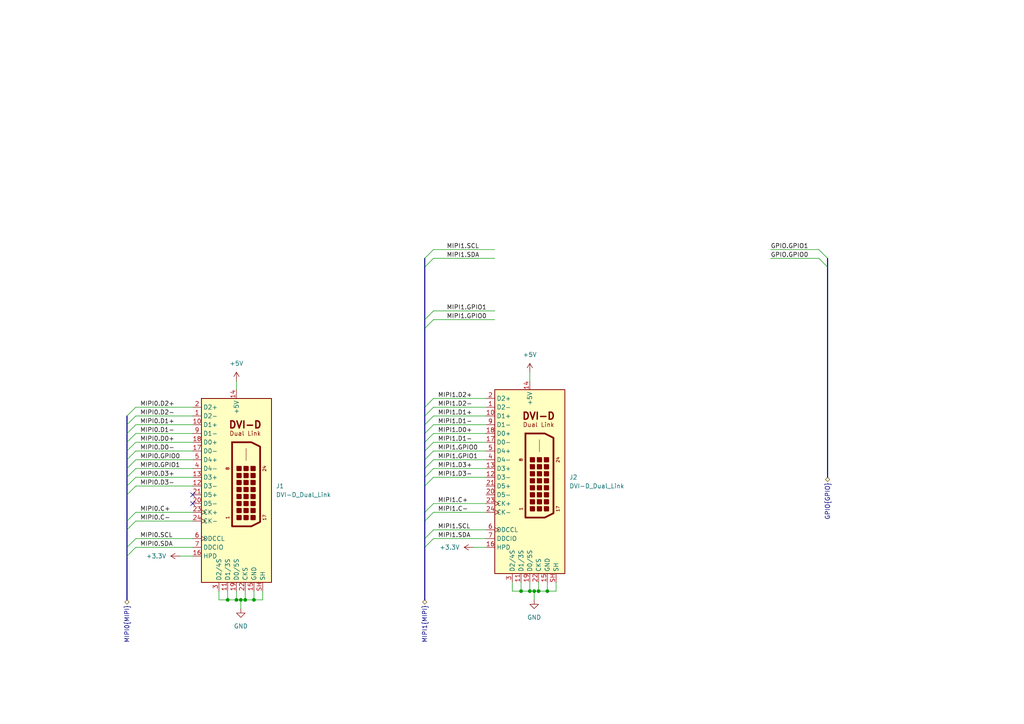
<source format=kicad_sch>
(kicad_sch (version 20250114) (generator "eeschema") (generator_version "9.0")
  (paper "A4")
  (lib_symbols
    (symbol "Connector:DVI-D_Dual_Link"
      (property "Reference" "J" (at -6.35 29.21 0))
      (property "Value" "DVI-D_Dual_Link" (at 10.16 29.21 0))
      (symbol "DVI-D_Dual_Link_0_0"
        (polyline (pts (xy -1.27 15.24) (xy 4.318 15.24) (xy 6.858 13.97) (xy 6.858 -7.874) (xy 4.318 -9.144) (xy -1.27 -9.144) (xy -1.27 15.24)) (stroke (width 0.508)))
        (text "DVI-D" (at 2.54 20.32 0) (effects (font (size 2.032 2.032) (bold yes))))
        (text "Dual Link" (at 2.54 17.78 0) (effects (font (size 1.27 1.27))))
      )
      (symbol "DVI-D_Dual_Link_1_1"
        (rectangle (start -10.16 27.94) (end 10.16 -25.4) (stroke (width 0.254)) (fill (type background)))
        (rectangle (start 0.254 8.128) (end 1.27 7.112) (stroke (width 0.508)) (fill (type outline)))
        (rectangle (start 0.254 6.096) (end 1.27 5.08) (stroke (width 0.508)) (fill (type outline)))
        (rectangle (start 0.254 4.064) (end 1.27 3.048) (stroke (width 0.508)) (fill (type outline)))
        (rectangle (start 0.254 2.032) (end 1.27 1.016) (stroke (width 0.508)) (fill (type outline)))
        (rectangle (start 0.254 0) (end 1.27 -1.016) (stroke (width 0.508)) (fill (type outline)))
        (rectangle (start 0.254 -2.032) (end 1.27 -3.048) (stroke (width 0.508)) (fill (type outline)))
        (rectangle (start 0.254 -4.064) (end 1.27 -5.08) (stroke (width 0.508)) (fill (type outline)))
        (rectangle (start 0.254 -6.096) (end 1.27 -7.112) (stroke (width 0.508)) (fill (type outline)))
        (rectangle (start 2.286 8.128) (end 3.302 7.112) (stroke (width 0.508)) (fill (type outline)))
        (rectangle (start 2.286 6.096) (end 3.302 5.08) (stroke (width 0.508)) (fill (type outline)))
        (rectangle (start 2.286 4.064) (end 3.302 3.048) (stroke (width 0.508)) (fill (type outline)))
        (rectangle (start 2.286 2.032) (end 3.302 1.016) (stroke (width 0.508)) (fill (type outline)))
        (rectangle (start 2.286 0) (end 3.302 -1.016) (stroke (width 0.508)) (fill (type outline)))
        (rectangle (start 2.286 -2.032) (end 3.302 -3.048) (stroke (width 0.508)) (fill (type outline)))
        (rectangle (start 2.286 -4.064) (end 3.302 -5.08) (stroke (width 0.508)) (fill (type outline)))
        (rectangle (start 2.286 -6.096) (end 3.302 -7.112) (stroke (width 0.508)) (fill (type outline)))
        (polyline (pts (xy 2.794 13.462) (xy 2.794 9.906)) (stroke (width 0.127)))
        (rectangle (start 4.318 8.128) (end 5.334 7.112) (stroke (width 0.508)) (fill (type outline)))
        (rectangle (start 4.318 6.096) (end 5.334 5.08) (stroke (width 0.508)) (fill (type outline)))
        (rectangle (start 4.318 4.064) (end 5.334 3.048) (stroke (width 0.508)) (fill (type outline)))
        (rectangle (start 4.318 2.032) (end 5.334 1.016) (stroke (width 0.508)) (fill (type outline)))
        (rectangle (start 4.318 0) (end 5.334 -1.016) (stroke (width 0.508)) (fill (type outline)))
        (rectangle (start 4.318 -2.032) (end 5.334 -3.048) (stroke (width 0.508)) (fill (type outline)))
        (rectangle (start 4.318 -4.064) (end 5.334 -5.08) (stroke (width 0.508)) (fill (type outline)))
        (rectangle (start 4.318 -6.096) (end 5.334 -7.112) (stroke (width 0.508)) (fill (type outline)))
        (text "8" (at -2.032 7.62 900) (effects (font (size 0.889 0.889)) (justify bottom)))
        (text "1" (at -2.032 -6.604 900) (effects (font (size 0.889 0.889)) (justify bottom)))
        (text "24" (at 7.62 7.62 900) (effects (font (size 0.889 0.889)) (justify top)))
        (text "17" (at 7.62 -6.604 900) (effects (font (size 0.889 0.889)) (justify top)))
        (pin passive line (at -12.7 25.4 0) (length 2.54) (name "D2+") (number "2"))
        (pin passive line (at -12.7 22.86 0) (length 2.54) (name "D2-") (number "1"))
        (pin passive line (at -12.7 20.32 0) (length 2.54) (name "D1+") (number "10"))
        (pin passive line (at -12.7 17.78 0) (length 2.54) (name "D1-") (number "9"))
        (pin passive line (at -12.7 15.24 0) (length 2.54) (name "D0+") (number "18"))
        (pin passive line (at -12.7 12.7 0) (length 2.54) (name "D0-") (number "17"))
        (pin passive line (at -12.7 10.16 0) (length 2.54) (name "D4+") (number "5"))
        (pin passive line (at -12.7 7.62 0) (length 2.54) (name "D4-") (number "4"))
        (pin passive line (at -12.7 5.08 0) (length 2.54) (name "D3+") (number "13"))
        (pin passive line (at -12.7 2.54 0) (length 2.54) (name "D3-") (number "12"))
        (pin passive line (at -12.7 0 0) (length 2.54) (name "D5+") (number "21"))
        (pin passive line (at -12.7 -2.54 0) (length 2.54) (name "D5-") (number "20"))
        (pin passive clock (at -12.7 -5.08 0) (length 2.54) (name "CK+") (number "23"))
        (pin passive clock (at -12.7 -7.62 0) (length 2.54) (name "CK-") (number "24"))
        (pin passive clock (at -12.7 -12.7 0) (length 2.54) (name "DDCCL") (number "6"))
        (pin bidirectional line (at -12.7 -15.24 0) (length 2.54) (name "DDCIO") (number "7"))
        (pin passive line (at -12.7 -17.78 0) (length 2.54) (name "HPD") (number "16"))
        (pin no_connect line (at -10.16 -10.16 0) (length 2.54) (hide yes) (name "NC") (number "8"))
        (pin passive line (at -5.08 -27.94 90) (length 2.54) (name "D2/4S") (number "3"))
        (pin passive line (at -2.54 -27.94 90) (length 2.54) (name "D1/3S") (number "11"))
        (pin power_in line (at 0 30.48 270) (length 2.54) (name "+5V") (number "14"))
        (pin passive line (at 0 -27.94 90) (length 2.54) (name "D0/5S") (number "19"))
        (pin passive line (at 2.54 -27.94 90) (length 2.54) (name "CKS") (number "22"))
        (pin power_in line (at 5.08 -27.94 90) (length 2.54) (name "GND") (number "15"))
        (pin passive line (at 7.62 -27.94 90) (length 2.54) (name "SH") (number "SH"))
      )
    )
    (symbol "power:+3.3V" (power) (pin_numbers (hide yes)) (pin_names (offset 0) (hide yes))
      (property "Value" "+3.3V" (at 0 3.556 0))
      (symbol "+3.3V_0_1"
        (polyline (pts (xy -0.762 1.27) (xy 0 2.54)))
        (polyline (pts (xy 0 2.54) (xy 0.762 1.27)))
        (polyline (pts (xy 0 0) (xy 0 2.54)))
      )
      (symbol "+3.3V_1_1"
        (pin power_in line (at 0 0 90) (length 0) (name "~") (number "1"))
      )
    )
    (symbol "power:+5V" (power) (pin_numbers (hide yes)) (pin_names (offset 0) (hide yes))
      (property "Value" "+5V" (at 0 3.556 0))
      (symbol "+5V_0_1"
        (polyline (pts (xy -0.762 1.27) (xy 0 2.54)))
        (polyline (pts (xy 0 2.54) (xy 0.762 1.27)))
        (polyline (pts (xy 0 0) (xy 0 2.54)))
      )
      (symbol "+5V_1_1"
        (pin power_in line (at 0 0 90) (length 0) (name "~") (number "1"))
      )
    )
    (symbol "power:GND" (power) (pin_numbers (hide yes)) (pin_names (offset 0) (hide yes))
      (property "Value" "GND" (at 0 -3.81 0))
      (symbol "GND_0_1"
        (polyline (pts (xy 0 0) (xy 0 -1.27) (xy 1.27 -1.27) (xy 0 -2.54) (xy -1.27 -1.27) (xy 0 -1.27)))
      )
      (symbol "GND_1_1"
        (pin power_in line (at 0 0 270) (length 0) (name "~") (number "1"))
      )
    )
  )
  (junction (at 71.12 173.99))
  (junction (at 154.94 171.45))
  (junction (at 156.21 171.45))
  (junction (at 153.67 171.45))
  (junction (at 73.66 173.99))
  (junction (at 158.75 171.45))
  (junction (at 151.13 171.45))
  (junction (at 68.58 173.99))
  (junction (at 66.04 173.99))
  (junction (at 69.85 173.99))
  (no_connect (at 55.88 143.51))
  (no_connect (at 55.88 146.05))
  (bus_entry (at 123.19 151.13) (size 2.54 -2.54))
  (bus_entry (at 36.83 138.43) (size 2.54 -2.54))
  (bus_entry (at 123.19 135.89) (size 2.54 -2.54))
  (bus_entry (at 123.19 74.93) (size 2.54 -2.54))
  (bus_entry (at 123.19 95.25) (size 2.54 -2.54))
  (bus_entry (at 36.83 133.35) (size 2.54 -2.54))
  (bus_entry (at 240.03 77.47) (size -2.54 -2.54))
  (bus_entry (at 36.83 128.27) (size 2.54 -2.54))
  (bus_entry (at 36.83 158.75) (size 2.54 -2.54))
  (bus_entry (at 123.19 133.35) (size 2.54 -2.54))
  (bus_entry (at 36.83 151.13) (size 2.54 -2.54))
  (bus_entry (at 36.83 143.51) (size 2.54 -2.54))
  (bus_entry (at 123.19 156.21) (size 2.54 -2.54))
  (bus_entry (at 123.19 118.11) (size 2.54 -2.54))
  (bus_entry (at 123.19 128.27) (size 2.54 -2.54))
  (bus_entry (at 123.19 148.59) (size 2.54 -2.54))
  (bus_entry (at 36.83 161.29) (size 2.54 -2.54))
  (bus_entry (at 36.83 123.19) (size 2.54 -2.54))
  (bus_entry (at 123.19 123.19) (size 2.54 -2.54))
  (bus_entry (at 36.83 125.73) (size 2.54 -2.54))
  (bus_entry (at 123.19 125.73) (size 2.54 -2.54))
  (bus_entry (at 36.83 140.97) (size 2.54 -2.54))
  (bus_entry (at 123.19 120.65) (size 2.54 -2.54))
  (bus_entry (at 123.19 130.81) (size 2.54 -2.54))
  (bus_entry (at 36.83 135.89) (size 2.54 -2.54))
  (bus_entry (at 123.19 140.97) (size 2.54 -2.54))
  (bus_entry (at 123.19 92.71) (size 2.54 -2.54))
  (bus_entry (at 36.83 130.81) (size 2.54 -2.54))
  (bus_entry (at 36.83 153.67) (size 2.54 -2.54))
  (bus_entry (at 123.19 77.47) (size 2.54 -2.54))
  (bus_entry (at 123.19 138.43) (size 2.54 -2.54))
  (bus_entry (at 240.03 74.93) (size -2.54 -2.54))
  (bus_entry (at 36.83 120.65) (size 2.54 -2.54))
  (bus_entry (at 123.19 158.75) (size 2.54 -2.54))
  (wire (pts (xy 223.52 72.39) (xy 237.49 72.39)))
  (wire (pts (xy 156.21 171.45) (xy 154.94 171.45)))
  (wire (pts (xy 125.73 138.43) (xy 140.97 138.43)))
  (wire (pts (xy 39.37 135.89) (xy 55.88 135.89)))
  (bus (pts (xy 36.83 158.75) (xy 36.83 161.29)))
  (wire (pts (xy 161.29 171.45) (xy 158.75 171.45)))
  (wire (pts (xy 66.04 171.45) (xy 66.04 173.99)))
  (wire (pts (xy 63.5 171.45) (xy 63.5 173.99)))
  (wire (pts (xy 76.2 171.45) (xy 76.2 173.99)))
  (wire (pts (xy 125.73 156.21) (xy 140.97 156.21)))
  (wire (pts (xy 125.73 115.57) (xy 140.97 115.57)))
  (wire (pts (xy 125.73 123.19) (xy 140.97 123.19)))
  (wire (pts (xy 39.37 123.19) (xy 55.88 123.19)))
  (wire (pts (xy 137.16 158.75) (xy 140.97 158.75)))
  (wire (pts (xy 125.73 153.67) (xy 140.97 153.67)))
  (wire (pts (xy 158.75 171.45) (xy 156.21 171.45)))
  (wire (pts (xy 125.73 90.17) (xy 143.51 90.17)))
  (wire (pts (xy 125.73 120.65) (xy 140.97 120.65)))
  (wire (pts (xy 39.37 151.13) (xy 55.88 151.13)))
  (bus (pts (xy 36.83 140.97) (xy 36.83 143.51)))
  (bus (pts (xy 123.19 138.43) (xy 123.19 140.97)))
  (bus (pts (xy 123.19 123.19) (xy 123.19 125.73)))
  (bus (pts (xy 123.19 133.35) (xy 123.19 135.89)))
  (bus (pts (xy 123.19 151.13) (xy 123.19 156.21)))
  (bus (pts (xy 36.83 143.51) (xy 36.83 151.13)))
  (bus (pts (xy 240.03 74.93) (xy 240.03 77.47)))
  (bus (pts (xy 36.83 128.27) (xy 36.83 130.81)))
  (wire (pts (xy 39.37 138.43) (xy 55.88 138.43)))
  (wire (pts (xy 66.04 173.99) (xy 68.58 173.99)))
  (wire (pts (xy 125.73 135.89) (xy 140.97 135.89)))
  (bus (pts (xy 123.19 158.75) (xy 123.19 173.99)))
  (wire (pts (xy 125.73 146.05) (xy 140.97 146.05)))
  (wire (pts (xy 151.13 171.45) (xy 153.67 171.45)))
  (wire (pts (xy 71.12 173.99) (xy 69.85 173.99)))
  (wire (pts (xy 151.13 168.91) (xy 151.13 171.45)))
  (bus (pts (xy 123.19 128.27) (xy 123.19 130.81)))
  (wire (pts (xy 52.07 161.29) (xy 55.88 161.29)))
  (wire (pts (xy 125.73 125.73) (xy 140.97 125.73)))
  (wire (pts (xy 39.37 128.27) (xy 55.88 128.27)))
  (bus (pts (xy 36.83 125.73) (xy 36.83 128.27)))
  (wire (pts (xy 154.94 171.45) (xy 153.67 171.45)))
  (bus (pts (xy 123.19 77.47) (xy 123.19 92.71)))
  (wire (pts (xy 161.29 168.91) (xy 161.29 171.45)))
  (wire (pts (xy 73.66 173.99) (xy 71.12 173.99)))
  (wire (pts (xy 153.67 107.95) (xy 153.67 110.49)))
  (wire (pts (xy 69.85 173.99) (xy 69.85 176.53)))
  (wire (pts (xy 39.37 120.65) (xy 55.88 120.65)))
  (wire (pts (xy 125.73 74.93) (xy 143.51 74.93)))
  (wire (pts (xy 39.37 158.75) (xy 55.88 158.75)))
  (bus (pts (xy 123.19 74.93) (xy 123.19 77.47)))
  (wire (pts (xy 39.37 133.35) (xy 55.88 133.35)))
  (wire (pts (xy 68.58 110.49) (xy 68.58 113.03)))
  (wire (pts (xy 39.37 148.59) (xy 55.88 148.59)))
  (bus (pts (xy 36.83 161.29) (xy 36.83 173.99)))
  (wire (pts (xy 76.2 173.99) (xy 73.66 173.99)))
  (bus (pts (xy 36.83 151.13) (xy 36.83 153.67)))
  (bus (pts (xy 123.19 135.89) (xy 123.19 138.43)))
  (wire (pts (xy 69.85 173.99) (xy 68.58 173.99)))
  (bus (pts (xy 123.19 118.11) (xy 123.19 120.65)))
  (wire (pts (xy 39.37 125.73) (xy 55.88 125.73)))
  (bus (pts (xy 123.19 140.97) (xy 123.19 148.59)))
  (wire (pts (xy 148.59 171.45) (xy 151.13 171.45)))
  (bus (pts (xy 36.83 123.19) (xy 36.83 125.73)))
  (wire (pts (xy 125.73 118.11) (xy 140.97 118.11)))
  (bus (pts (xy 123.19 95.25) (xy 123.19 118.11)))
  (wire (pts (xy 73.66 171.45) (xy 73.66 173.99)))
  (wire (pts (xy 125.73 133.35) (xy 140.97 133.35)))
  (wire (pts (xy 154.94 171.45) (xy 154.94 173.99)))
  (wire (pts (xy 39.37 118.11) (xy 55.88 118.11)))
  (wire (pts (xy 125.73 130.81) (xy 140.97 130.81)))
  (wire (pts (xy 63.5 173.99) (xy 66.04 173.99)))
  (bus (pts (xy 36.83 153.67) (xy 36.83 158.75)))
  (bus (pts (xy 36.83 135.89) (xy 36.83 138.43)))
  (wire (pts (xy 153.67 168.91) (xy 153.67 171.45)))
  (wire (pts (xy 156.21 168.91) (xy 156.21 171.45)))
  (wire (pts (xy 39.37 140.97) (xy 55.88 140.97)))
  (wire (pts (xy 125.73 148.59) (xy 140.97 148.59)))
  (wire (pts (xy 158.75 168.91) (xy 158.75 171.45)))
  (wire (pts (xy 148.59 168.91) (xy 148.59 171.45)))
  (wire (pts (xy 125.73 128.27) (xy 140.97 128.27)))
  (bus (pts (xy 240.03 77.47) (xy 240.03 138.43)))
  (bus (pts (xy 36.83 133.35) (xy 36.83 135.89)))
  (bus (pts (xy 36.83 130.81) (xy 36.83 133.35)))
  (wire (pts (xy 68.58 171.45) (xy 68.58 173.99)))
  (wire (pts (xy 125.73 72.39) (xy 143.51 72.39)))
  (wire (pts (xy 125.73 92.71) (xy 143.51 92.71)))
  (bus (pts (xy 123.19 156.21) (xy 123.19 158.75)))
  (bus (pts (xy 123.19 130.81) (xy 123.19 133.35)))
  (bus (pts (xy 36.83 138.43) (xy 36.83 140.97)))
  (bus (pts (xy 123.19 92.71) (xy 123.19 95.25)))
  (wire (pts (xy 71.12 171.45) (xy 71.12 173.99)))
  (bus (pts (xy 123.19 148.59) (xy 123.19 151.13)))
  (bus (pts (xy 123.19 120.65) (xy 123.19 123.19)))
  (wire (pts (xy 39.37 156.21) (xy 55.88 156.21)))
  (wire (pts (xy 223.52 74.93) (xy 237.49 74.93)))
  (wire (pts (xy 39.37 130.81) (xy 55.88 130.81)))
  (bus (pts (xy 36.83 120.65) (xy 36.83 123.19)))
  (bus (pts (xy 123.19 125.73) (xy 123.19 128.27)))
  (label "MIPI0.D0-" (at 40.64 130.81 0))
  (label "MIPI1.D1+" (at 127 120.65 0))
  (label "MIPI0.D2-" (at 40.64 120.65 0))
  (label "MIPI1.GPIO1" (at 129.54 90.17 0))
  (label "MIPI1.D3-" (at 127 138.43 0))
  (label "MIPI1.D2-" (at 127 118.11 0))
  (label "MIPI0.GPIO0" (at 40.64 133.35 0))
  (label "MIPI1.C-" (at 127 148.59 0))
  (label "MIPI1.SDA" (at 127 156.21 0))
  (label "MIPI0.C+" (at 40.64 148.59 0))
  (label "GPIO.GPIO0" (at 223.52 74.93 0))
  (label "MIPI1.SDA" (at 129.54 74.93 0))
  (label "MIPI1.GPIO0" (at 127 130.81 0))
  (label "MIPI0.D1+" (at 40.64 123.19 0))
  (label "MIPI1.D1-" (at 127 128.27 0))
  (label "MIPI0.SDA" (at 40.64 158.75 0))
  (label "MIPI1.SCL" (at 129.54 72.39 0))
  (label "MIPI0.D3+" (at 40.64 138.43 0))
  (label "MIPI0.C-" (at 40.64 151.13 0))
  (label "MIPI1.C+" (at 127 146.05 0))
  (label "MIPI1.D3+" (at 127 135.89 0))
  (label "MIPI0.D0+" (at 40.64 128.27 0))
  (label "MIPI0.D3-" (at 40.64 140.97 0))
  (label "MIPI1.GPIO0" (at 129.54 92.71 0))
  (label "MIPI0.GPIO1" (at 40.64 135.89 0))
  (label "MIPI1.D2+" (at 127 115.57 0))
  (label "MIPI1.D0+" (at 127 125.73 0))
  (label "MIPI1.GPIO1" (at 127 133.35 0))
  (label "MIPI1.SCL" (at 127 153.67 0))
  (label "GPIO.GPIO1" (at 223.52 72.39 0))
  (label "MIPI1.D1-" (at 127 123.19 0))
  (label "MIPI0.D1-" (at 40.64 125.73 0))
  (label "MIPI0.D2+" (at 40.64 118.11 0))
  (label "MIPI0.SCL" (at 40.64 156.21 0))
  (hierarchical_label "MIPI1{MIPI}" (shape bidirectional) (at 123.19 173.99 270))
  (hierarchical_label "GPIO{GPIO}" (shape bidirectional) (at 240.03 138.43 270))
  (hierarchical_label "MIPI0{MIPI}" (shape bidirectional) (at 36.83 173.99 270))
  (symbol (lib_id "power:+5V") (at 153.67 107.95 0) (unit 1)
    (property "Reference" "#PWR012" (effects (hide yes)))
    (property "Value" "+5V" (at 153.67 102.87 0))
    (property "Description" "Power symbol creates a global label with name \"+5V\"" (effects (hide yes)))
  )
  (symbol (lib_id "power:+3.3V") (at 52.07 161.29 90) (unit 1)
    (property "Reference" "#PWR08" (effects (hide yes)))
    (property "Value" "+3.3V" (at 48.26 161.2899 90) (effects (justify left)))
    (property "Description" "Power symbol creates a global label with name \"+3.3V\"" (effects (hide yes)))
  )
  (symbol (lib_id "power:+5V") (at 68.58 110.49 0) (unit 1)
    (property "Reference" "#PWR011" (effects (hide yes)))
    (property "Value" "+5V" (at 68.58 105.41 0))
    (property "Description" "Power symbol creates a global label with name \"+5V\"" (effects (hide yes)))
  )
  (symbol (lib_id "Connector:DVI-D_Dual_Link") (at 153.67 140.97 0) (unit 1)
    (property "Reference" "J2" (at 165.1 138.4299 0) (effects (justify left)))
    (property "Value" "DVI-D_Dual_Link" (at 165.1 140.9699 0) (effects (justify left)))
    (property "Footprint" "Pi-ATX-Library:Molex 743209004" (effects (hide yes)))
    (property "Datasheet" "https://www.molex.com/content/dam/molex/molex-dot-com/products/automated/en-us/salesdrawingpdf/743/74320/743204004_sd.pdf?inline" (effects (hide yes)))
    (property "Description" "DVI-D dual link connector" (effects (hide yes)))
  )
  (symbol (lib_id "Connector:DVI-D_Dual_Link") (at 68.58 143.51 0) (unit 1)
    (property "Reference" "J1" (at 80.01 140.9699 0) (effects (justify left)))
    (property "Value" "DVI-D_Dual_Link" (at 80.01 143.5099 0) (effects (justify left)))
    (property "Footprint" "Pi-ATX-Library:Molex 743209004" (effects (hide yes)))
    (property "Datasheet" "https://www.molex.com/content/dam/molex/molex-dot-com/products/automated/en-us/salesdrawingpdf/743/74320/743204004_sd.pdf?inline" (effects (hide yes)))
    (property "Description" "DVI-D dual link connector" (effects (hide yes)))
  )
  (symbol (lib_id "power:GND") (at 69.85 176.53 0) (unit 1)
    (property "Reference" "#PWR09" (effects (hide yes)))
    (property "Value" "GND" (at 69.85 181.61 0))
    (property "Description" "Power symbol creates a global label with name \"GND\" , ground" (effects (hide yes)))
  )
  (symbol (lib_id "power:+3.3V") (at 137.16 158.75 90) (unit 1)
    (property "Reference" "#PWR013" (effects (hide yes)))
    (property "Value" "+3.3V" (at 133.35 158.7499 90) (effects (justify left)))
    (property "Description" "Power symbol creates a global label with name \"+3.3V\"" (effects (hide yes)))
  )
  (symbol (lib_id "power:GND") (at 154.94 173.99 0) (unit 1)
    (property "Reference" "#PWR010" (effects (hide yes)))
    (property "Value" "GND" (at 154.94 179.07 0))
    (property "Description" "Power symbol creates a global label with name \"GND\" , ground" (effects (hide yes)))
  )
)
</source>
